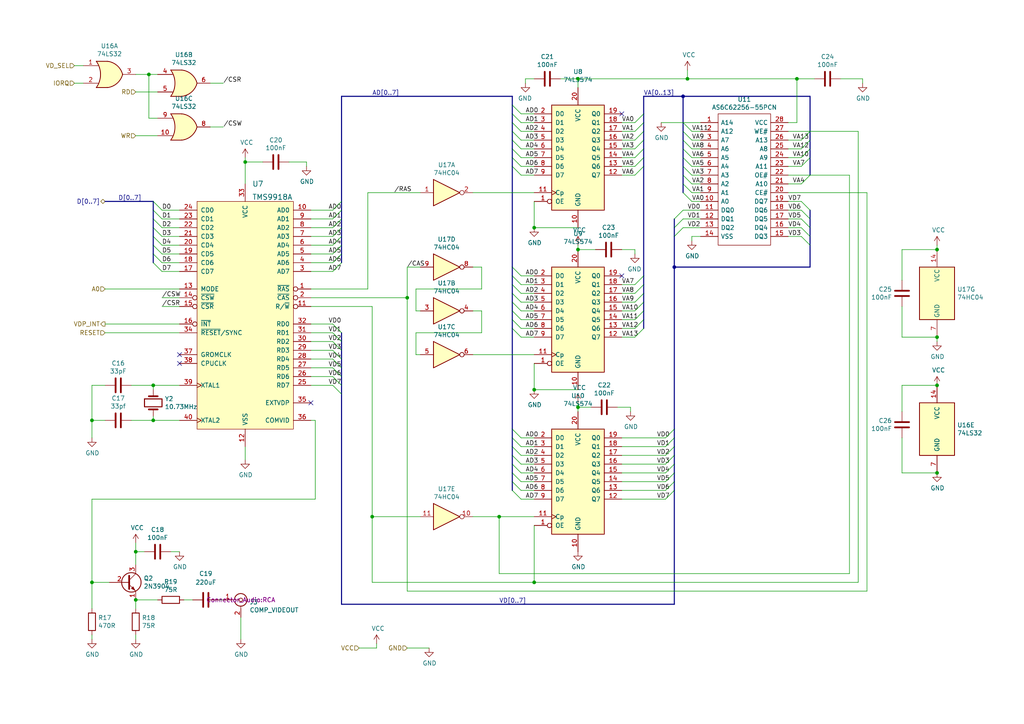
<source format=kicad_sch>
(kicad_sch (version 20211123) (generator eeschema)
  (paper "A4")
  (junction (at 39.37 160.02))
  (junction (at 195.58 77.47))
  (junction (at 39.37 173.99))
  (junction (at 198.12 27.94))
  (junction (at 26.67 121.92))
  (junction (at 271.78 72.39))
  (junction (at 271.78 137.16))
  (junction (at 271.78 111.76))
  (junction (at 271.78 97.79))
  (junction (at 199.39 22.86))
  (junction (at 167.64 118.11))
  (junction (at 118.11 86.36))
  (junction (at 107.95 149.86))
  (junction (at 167.64 72.39))
  (junction (at 43.18 21.59))
  (junction (at 144.78 149.86))
  (junction (at 154.94 66.04))
  (junction (at 44.45 111.76))
  (junction (at 71.12 46.99))
  (junction (at 231.14 22.86))
  (junction (at 44.45 121.92))
  (junction (at 167.64 22.86))
  (junction (at 154.94 168.91))
  (junction (at 26.67 168.91))
  (junction (at 154.94 113.03))
  (no_connect (at 52.07 105.41))
  (no_connect (at 52.07 102.87))
  (no_connect (at 180.34 33.02))
  (no_connect (at 180.34 80.01))
  (no_connect (at 90.17 116.84))
  (bus_entry (at 234.95 63.5) (size -2.54 -2.54))
  (bus_entry (at 148.59 90.17) (size 2.54 2.54))
  (bus_entry (at 234.95 68.58) (size -2.54 -2.54))
  (bus_entry (at 234.95 38.1) (size -2.54 2.54))
  (bus_entry (at 99.06 58.42) (size -2.54 2.54))
  (bus_entry (at 148.59 92.71) (size 2.54 2.54))
  (bus_entry (at 193.04 144.78) (size 2.54 -2.54))
  (bus_entry (at 195.58 63.5) (size 2.54 -2.54))
  (bus_entry (at 195.58 127) (size -2.54 2.54))
  (bus_entry (at 148.59 87.63) (size 2.54 2.54))
  (bus_entry (at 148.59 134.62) (size 2.54 2.54))
  (bus_entry (at 44.45 76.2) (size 2.54 2.54))
  (bus_entry (at 99.06 109.22) (size -2.54 -2.54))
  (bus_entry (at 234.95 43.18) (size -2.54 2.54))
  (bus_entry (at 148.59 35.56) (size 2.54 2.54))
  (bus_entry (at 184.15 40.64) (size 2.54 -2.54))
  (bus_entry (at 44.45 73.66) (size 2.54 2.54))
  (bus_entry (at 184.15 92.71) (size 2.54 -2.54))
  (bus_entry (at 148.59 45.72) (size 2.54 2.54))
  (bus_entry (at 198.12 35.56) (size 2.54 2.54))
  (bus_entry (at 44.45 66.04) (size 2.54 2.54))
  (bus_entry (at 234.95 60.96) (size -2.54 -2.54))
  (bus_entry (at 234.95 50.8) (size -2.54 2.54))
  (bus_entry (at 148.59 132.08) (size 2.54 2.54))
  (bus_entry (at 198.12 48.26) (size 2.54 2.54))
  (bus_entry (at 184.15 38.1) (size 2.54 -2.54))
  (bus_entry (at 234.95 66.04) (size -2.54 -2.54))
  (bus_entry (at 184.15 90.17) (size 2.54 -2.54))
  (bus_entry (at 148.59 137.16) (size 2.54 2.54))
  (bus_entry (at 148.59 82.55) (size 2.54 2.54))
  (bus_entry (at 148.59 95.25) (size 2.54 2.54))
  (bus_entry (at 148.59 30.48) (size 2.54 2.54))
  (bus_entry (at 44.45 63.5) (size 2.54 2.54))
  (bus_entry (at 184.15 95.25) (size 2.54 -2.54))
  (bus_entry (at 99.06 96.52) (size -2.54 -2.54))
  (bus_entry (at 195.58 124.46) (size -2.54 2.54))
  (bus_entry (at 148.59 139.7) (size 2.54 2.54))
  (bus_entry (at 148.59 127) (size 2.54 2.54))
  (bus_entry (at 99.06 68.58) (size -2.54 2.54))
  (bus_entry (at 99.06 101.6) (size -2.54 -2.54))
  (bus_entry (at 195.58 132.08) (size -2.54 2.54))
  (bus_entry (at 148.59 38.1) (size 2.54 2.54))
  (bus_entry (at 148.59 40.64) (size 2.54 2.54))
  (bus_entry (at 44.45 58.42) (size 2.54 2.54))
  (bus_entry (at 99.06 73.66) (size -2.54 2.54))
  (bus_entry (at 184.15 82.55) (size 2.54 -2.54))
  (bus_entry (at 148.59 129.54) (size 2.54 2.54))
  (bus_entry (at 148.59 124.46) (size 2.54 2.54))
  (bus_entry (at 184.15 43.18) (size 2.54 -2.54))
  (bus_entry (at 184.15 87.63) (size 2.54 -2.54))
  (bus_entry (at 234.95 45.72) (size -2.54 2.54))
  (bus_entry (at 148.59 142.24) (size 2.54 2.54))
  (bus_entry (at 148.59 85.09) (size 2.54 2.54))
  (bus_entry (at 195.58 139.7) (size -2.54 2.54))
  (bus_entry (at 99.06 71.12) (size -2.54 2.54))
  (bus_entry (at 184.15 85.09) (size 2.54 -2.54))
  (bus_entry (at 99.06 104.14) (size -2.54 -2.54))
  (bus_entry (at 234.95 40.64) (size -2.54 2.54))
  (bus_entry (at 44.45 68.58) (size 2.54 2.54))
  (bus_entry (at 96.52 111.76) (size 2.54 2.54))
  (bus_entry (at 195.58 66.04) (size 2.54 -2.54))
  (bus_entry (at 148.59 77.47) (size 2.54 2.54))
  (bus_entry (at 99.06 60.96) (size -2.54 2.54))
  (bus_entry (at 99.06 99.06) (size -2.54 -2.54))
  (bus_entry (at 198.12 40.64) (size 2.54 2.54))
  (bus_entry (at 99.06 63.5) (size -2.54 2.54))
  (bus_entry (at 195.58 129.54) (size -2.54 2.54))
  (bus_entry (at 184.15 35.56) (size 2.54 -2.54))
  (bus_entry (at 195.58 137.16) (size -2.54 2.54))
  (bus_entry (at 184.15 48.26) (size 2.54 -2.54))
  (bus_entry (at 198.12 43.18) (size 2.54 2.54))
  (bus_entry (at 184.15 50.8) (size 2.54 -2.54))
  (bus_entry (at 44.45 60.96) (size 2.54 2.54))
  (bus_entry (at 198.12 45.72) (size 2.54 2.54))
  (bus_entry (at 184.15 97.79) (size 2.54 -2.54))
  (bus_entry (at 44.45 71.12) (size 2.54 2.54))
  (bus_entry (at 198.12 55.88) (size 2.54 2.54))
  (bus_entry (at 184.15 45.72) (size 2.54 -2.54))
  (bus_entry (at 198.12 53.34) (size 2.54 2.54))
  (bus_entry (at 99.06 76.2) (size -2.54 2.54))
  (bus_entry (at 195.58 68.58) (size 2.54 -2.54))
  (bus_entry (at 195.58 134.62) (size -2.54 2.54))
  (bus_entry (at 148.59 33.02) (size 2.54 2.54))
  (bus_entry (at 148.59 48.26) (size 2.54 2.54))
  (bus_entry (at 148.59 43.18) (size 2.54 2.54))
  (bus_entry (at 198.12 38.1) (size 2.54 2.54))
  (bus_entry (at 234.95 71.12) (size -2.54 -2.54))
  (bus_entry (at 99.06 66.04) (size -2.54 2.54))
  (bus_entry (at 198.12 50.8) (size 2.54 2.54))
  (bus_entry (at 148.59 80.01) (size 2.54 2.54))
  (bus_entry (at 99.06 111.76) (size -2.54 -2.54))
  (bus_entry (at 99.06 106.68) (size -2.54 -2.54))
  (bus (pts (xy 186.69 45.72) (xy 186.69 48.26)))
  (wire (pts (xy 109.22 186.69) (xy 109.22 187.96)))
  (wire (pts (xy 39.37 185.42) (xy 39.37 184.15)))
  (wire (pts (xy 198.12 66.04) (xy 203.2 66.04)))
  (wire (pts (xy 30.48 93.98) (xy 52.07 93.98)))
  (wire (pts (xy 180.34 87.63) (xy 184.15 87.63)))
  (bus (pts (xy 186.69 90.17) (xy 186.69 92.71)))
  (wire (pts (xy 26.67 185.42) (xy 26.67 184.15)))
  (bus (pts (xy 30.48 58.42) (xy 44.45 58.42)))
  (bus (pts (xy 186.69 35.56) (xy 186.69 38.1)))
  (bus (pts (xy 148.59 95.25) (xy 148.59 124.46)))
  (wire (pts (xy 200.66 53.34) (xy 203.2 53.34)))
  (wire (pts (xy 180.34 137.16) (xy 193.04 137.16)))
  (wire (pts (xy 90.17 86.36) (xy 118.11 86.36)))
  (bus (pts (xy 234.95 27.94) (xy 234.95 38.1)))
  (wire (pts (xy 90.17 93.98) (xy 96.52 93.98)))
  (wire (pts (xy 26.67 144.78) (xy 91.44 144.78)))
  (wire (pts (xy 261.62 81.28) (xy 261.62 72.39)))
  (wire (pts (xy 203.2 40.64) (xy 200.66 40.64)))
  (wire (pts (xy 43.18 21.59) (xy 43.18 34.29)))
  (wire (pts (xy 182.88 118.11) (xy 182.88 119.38)))
  (wire (pts (xy 203.2 58.42) (xy 200.66 58.42)))
  (wire (pts (xy 120.65 83.82) (xy 120.65 90.17)))
  (bus (pts (xy 99.06 175.26) (xy 195.58 175.26)))
  (wire (pts (xy 90.17 66.04) (xy 96.52 66.04)))
  (bus (pts (xy 99.06 96.52) (xy 99.06 99.06)))
  (wire (pts (xy 180.34 129.54) (xy 193.04 129.54)))
  (wire (pts (xy 199.39 22.86) (xy 199.39 20.32)))
  (wire (pts (xy 228.6 40.64) (xy 232.41 40.64)))
  (wire (pts (xy 200.66 55.88) (xy 203.2 55.88)))
  (wire (pts (xy 180.34 139.7) (xy 193.04 139.7)))
  (bus (pts (xy 186.69 40.64) (xy 186.69 43.18)))
  (bus (pts (xy 234.95 40.64) (xy 234.95 43.18)))
  (bus (pts (xy 148.59 134.62) (xy 148.59 137.16)))
  (bus (pts (xy 99.06 71.12) (xy 99.06 73.66)))
  (bus (pts (xy 234.95 60.96) (xy 234.95 63.5)))
  (wire (pts (xy 26.67 121.92) (xy 26.67 127)))
  (wire (pts (xy 90.17 121.92) (xy 91.44 121.92)))
  (wire (pts (xy 90.17 99.06) (xy 96.52 99.06)))
  (bus (pts (xy 195.58 124.46) (xy 195.58 127)))
  (wire (pts (xy 39.37 176.53) (xy 39.37 173.99)))
  (wire (pts (xy 234.95 50.8) (xy 246.38 50.8)))
  (bus (pts (xy 148.59 124.46) (xy 148.59 127)))
  (wire (pts (xy 180.34 127) (xy 193.04 127)))
  (wire (pts (xy 39.37 163.83) (xy 39.37 160.02)))
  (wire (pts (xy 26.67 168.91) (xy 31.75 168.91)))
  (bus (pts (xy 44.45 66.04) (xy 44.45 68.58)))
  (wire (pts (xy 151.13 38.1) (xy 154.94 38.1)))
  (wire (pts (xy 198.12 60.96) (xy 203.2 60.96)))
  (bus (pts (xy 148.59 129.54) (xy 148.59 132.08)))
  (bus (pts (xy 44.45 71.12) (xy 44.45 73.66)))
  (wire (pts (xy 44.45 121.92) (xy 52.07 121.92)))
  (wire (pts (xy 151.13 92.71) (xy 154.94 92.71)))
  (wire (pts (xy 180.34 82.55) (xy 184.15 82.55)))
  (bus (pts (xy 195.58 77.47) (xy 195.58 124.46)))
  (wire (pts (xy 90.17 71.12) (xy 96.52 71.12)))
  (wire (pts (xy 46.99 86.36) (xy 52.07 86.36)))
  (wire (pts (xy 200.66 43.18) (xy 203.2 43.18)))
  (wire (pts (xy 154.94 58.42) (xy 154.94 66.04)))
  (bus (pts (xy 195.58 68.58) (xy 195.58 77.47)))
  (wire (pts (xy 154.94 80.01) (xy 151.13 80.01)))
  (wire (pts (xy 180.34 45.72) (xy 184.15 45.72)))
  (wire (pts (xy 154.94 66.04) (xy 167.64 66.04)))
  (wire (pts (xy 39.37 160.02) (xy 39.37 157.48)))
  (wire (pts (xy 151.13 144.78) (xy 154.94 144.78)))
  (wire (pts (xy 154.94 105.41) (xy 154.94 113.03)))
  (wire (pts (xy 120.65 96.52) (xy 120.65 102.87)))
  (bus (pts (xy 99.06 68.58) (xy 99.06 71.12)))
  (bus (pts (xy 234.95 38.1) (xy 234.95 40.64)))
  (bus (pts (xy 44.45 68.58) (xy 44.45 71.12)))
  (bus (pts (xy 99.06 27.94) (xy 99.06 58.42)))
  (bus (pts (xy 148.59 48.26) (xy 148.59 77.47)))
  (wire (pts (xy 180.34 35.56) (xy 184.15 35.56)))
  (bus (pts (xy 234.95 71.12) (xy 234.95 77.47)))
  (bus (pts (xy 186.69 38.1) (xy 186.69 40.64)))
  (wire (pts (xy 228.6 55.88) (xy 251.46 55.88)))
  (wire (pts (xy 144.78 149.86) (xy 154.94 149.86)))
  (wire (pts (xy 137.16 102.87) (xy 154.94 102.87)))
  (bus (pts (xy 186.69 92.71) (xy 186.69 95.25)))
  (wire (pts (xy 52.07 83.82) (xy 30.48 83.82)))
  (bus (pts (xy 44.45 73.66) (xy 44.45 76.2)))
  (wire (pts (xy 118.11 86.36) (xy 118.11 77.47)))
  (wire (pts (xy 231.14 35.56) (xy 231.14 22.86)))
  (wire (pts (xy 228.6 38.1) (xy 234.95 38.1)))
  (wire (pts (xy 228.6 58.42) (xy 232.41 58.42)))
  (wire (pts (xy 69.85 185.42) (xy 69.85 179.07)))
  (wire (pts (xy 154.94 90.17) (xy 151.13 90.17)))
  (wire (pts (xy 90.17 76.2) (xy 96.52 76.2)))
  (bus (pts (xy 195.58 142.24) (xy 195.58 175.26)))
  (wire (pts (xy 152.4 22.86) (xy 154.94 22.86)))
  (wire (pts (xy 198.12 35.56) (xy 203.2 35.56)))
  (wire (pts (xy 200.66 50.8) (xy 203.2 50.8)))
  (bus (pts (xy 198.12 50.8) (xy 198.12 53.34)))
  (bus (pts (xy 99.06 114.3) (xy 99.06 175.26)))
  (wire (pts (xy 118.11 171.45) (xy 118.11 86.36)))
  (wire (pts (xy 180.34 72.39) (xy 184.15 72.39)))
  (bus (pts (xy 198.12 35.56) (xy 198.12 38.1)))
  (wire (pts (xy 246.38 50.8) (xy 246.38 166.37)))
  (bus (pts (xy 198.12 38.1) (xy 198.12 40.64)))
  (wire (pts (xy 49.53 160.02) (xy 52.07 160.02)))
  (wire (pts (xy 107.95 149.86) (xy 107.95 168.91)))
  (wire (pts (xy 76.2 46.99) (xy 71.12 46.99)))
  (wire (pts (xy 39.37 21.59) (xy 43.18 21.59)))
  (wire (pts (xy 21.59 24.13) (xy 24.13 24.13)))
  (wire (pts (xy 83.82 46.99) (xy 88.9 46.99)))
  (bus (pts (xy 195.58 139.7) (xy 195.58 142.24)))
  (wire (pts (xy 137.16 55.88) (xy 154.94 55.88)))
  (wire (pts (xy 180.34 95.25) (xy 184.15 95.25)))
  (wire (pts (xy 243.84 22.86) (xy 250.19 22.86)))
  (wire (pts (xy 26.67 121.92) (xy 30.48 121.92)))
  (bus (pts (xy 195.58 66.04) (xy 195.58 68.58)))
  (wire (pts (xy 120.65 102.87) (xy 121.92 102.87)))
  (wire (pts (xy 90.17 96.52) (xy 96.52 96.52)))
  (wire (pts (xy 167.64 72.39) (xy 167.64 71.12)))
  (wire (pts (xy 180.34 142.24) (xy 193.04 142.24)))
  (wire (pts (xy 261.62 127) (xy 261.62 137.16)))
  (wire (pts (xy 180.34 97.79) (xy 184.15 97.79)))
  (wire (pts (xy 46.99 60.96) (xy 52.07 60.96)))
  (wire (pts (xy 151.13 142.24) (xy 154.94 142.24)))
  (bus (pts (xy 195.58 77.47) (xy 234.95 77.47)))
  (wire (pts (xy 228.6 53.34) (xy 232.41 53.34)))
  (wire (pts (xy 44.45 111.76) (xy 52.07 111.76)))
  (bus (pts (xy 198.12 48.26) (xy 198.12 50.8)))
  (bus (pts (xy 186.69 87.63) (xy 186.69 90.17)))
  (bus (pts (xy 148.59 90.17) (xy 148.59 92.71)))
  (wire (pts (xy 200.66 48.26) (xy 203.2 48.26)))
  (wire (pts (xy 137.16 149.86) (xy 144.78 149.86)))
  (bus (pts (xy 148.59 33.02) (xy 148.59 35.56)))
  (wire (pts (xy 203.2 45.72) (xy 200.66 45.72)))
  (bus (pts (xy 148.59 139.7) (xy 148.59 142.24)))
  (wire (pts (xy 43.18 21.59) (xy 45.72 21.59)))
  (wire (pts (xy 151.13 33.02) (xy 154.94 33.02)))
  (wire (pts (xy 45.72 39.37) (xy 39.37 39.37)))
  (bus (pts (xy 186.69 80.01) (xy 186.69 82.55)))
  (bus (pts (xy 99.06 109.22) (xy 99.06 111.76)))
  (wire (pts (xy 139.7 77.47) (xy 139.7 83.82)))
  (wire (pts (xy 199.39 22.86) (xy 231.14 22.86)))
  (wire (pts (xy 53.34 173.99) (xy 55.88 173.99)))
  (wire (pts (xy 118.11 171.45) (xy 251.46 171.45)))
  (bus (pts (xy 148.59 40.64) (xy 148.59 43.18)))
  (wire (pts (xy 46.99 78.74) (xy 52.07 78.74)))
  (wire (pts (xy 46.99 68.58) (xy 52.07 68.58)))
  (wire (pts (xy 38.1 121.92) (xy 44.45 121.92)))
  (bus (pts (xy 44.45 60.96) (xy 44.45 63.5)))
  (wire (pts (xy 261.62 111.76) (xy 271.78 111.76)))
  (wire (pts (xy 167.64 119.38) (xy 167.64 118.11)))
  (wire (pts (xy 39.37 160.02) (xy 41.91 160.02)))
  (bus (pts (xy 186.69 43.18) (xy 186.69 45.72)))
  (bus (pts (xy 148.59 43.18) (xy 148.59 45.72)))
  (wire (pts (xy 167.64 118.11) (xy 171.45 118.11)))
  (wire (pts (xy 107.95 88.9) (xy 107.95 149.86)))
  (wire (pts (xy 144.78 166.37) (xy 246.38 166.37)))
  (bus (pts (xy 99.06 73.66) (xy 99.06 76.2)))
  (bus (pts (xy 148.59 38.1) (xy 148.59 40.64)))
  (wire (pts (xy 167.64 118.11) (xy 167.64 116.84)))
  (bus (pts (xy 99.06 27.94) (xy 148.59 27.94)))
  (wire (pts (xy 118.11 187.96) (xy 124.46 187.96)))
  (wire (pts (xy 180.34 144.78) (xy 193.04 144.78)))
  (wire (pts (xy 90.17 60.96) (xy 96.52 60.96)))
  (wire (pts (xy 151.13 87.63) (xy 154.94 87.63)))
  (wire (pts (xy 167.64 72.39) (xy 172.72 72.39)))
  (wire (pts (xy 203.2 63.5) (xy 198.12 63.5)))
  (wire (pts (xy 90.17 104.14) (xy 96.52 104.14)))
  (wire (pts (xy 39.37 26.67) (xy 45.72 26.67)))
  (wire (pts (xy 90.17 111.76) (xy 96.52 111.76)))
  (wire (pts (xy 271.78 97.79) (xy 271.78 99.06)))
  (wire (pts (xy 139.7 83.82) (xy 120.65 83.82)))
  (wire (pts (xy 154.94 113.03) (xy 167.64 113.03)))
  (wire (pts (xy 151.13 132.08) (xy 154.94 132.08)))
  (wire (pts (xy 162.56 22.86) (xy 167.64 22.86)))
  (wire (pts (xy 228.6 50.8) (xy 234.95 50.8)))
  (bus (pts (xy 148.59 80.01) (xy 148.59 82.55)))
  (wire (pts (xy 90.17 78.74) (xy 96.52 78.74)))
  (wire (pts (xy 261.62 137.16) (xy 271.78 137.16)))
  (wire (pts (xy 71.12 53.34) (xy 71.12 46.99)))
  (wire (pts (xy 90.17 101.6) (xy 96.52 101.6)))
  (wire (pts (xy 151.13 45.72) (xy 154.94 45.72)))
  (wire (pts (xy 167.64 25.4) (xy 167.64 22.86)))
  (wire (pts (xy 228.6 60.96) (xy 232.41 60.96)))
  (wire (pts (xy 154.94 168.91) (xy 154.94 152.4)))
  (bus (pts (xy 44.45 58.42) (xy 44.45 60.96)))
  (bus (pts (xy 195.58 134.62) (xy 195.58 137.16)))
  (wire (pts (xy 21.59 19.05) (xy 24.13 19.05)))
  (bus (pts (xy 148.59 137.16) (xy 148.59 139.7)))
  (wire (pts (xy 90.17 68.58) (xy 96.52 68.58)))
  (wire (pts (xy 46.99 76.2) (xy 52.07 76.2)))
  (wire (pts (xy 180.34 92.71) (xy 184.15 92.71)))
  (wire (pts (xy 179.07 118.11) (xy 182.88 118.11)))
  (wire (pts (xy 228.6 48.26) (xy 232.41 48.26)))
  (wire (pts (xy 271.78 72.39) (xy 271.78 71.12)))
  (bus (pts (xy 44.45 63.5) (xy 44.45 66.04)))
  (wire (pts (xy 200.66 38.1) (xy 203.2 38.1)))
  (wire (pts (xy 151.13 127) (xy 154.94 127)))
  (bus (pts (xy 148.59 77.47) (xy 148.59 80.01)))
  (wire (pts (xy 71.12 46.99) (xy 71.12 45.72)))
  (wire (pts (xy 39.37 173.99) (xy 45.72 173.99)))
  (bus (pts (xy 198.12 40.64) (xy 198.12 43.18)))
  (bus (pts (xy 234.95 63.5) (xy 234.95 66.04)))
  (wire (pts (xy 200.66 68.58) (xy 203.2 68.58)))
  (wire (pts (xy 180.34 85.09) (xy 184.15 85.09)))
  (wire (pts (xy 184.15 43.18) (xy 180.34 43.18)))
  (wire (pts (xy 228.6 43.18) (xy 232.41 43.18)))
  (wire (pts (xy 154.94 168.91) (xy 248.92 168.91)))
  (wire (pts (xy 200.66 69.85) (xy 200.66 68.58)))
  (bus (pts (xy 186.69 33.02) (xy 186.69 35.56)))
  (wire (pts (xy 228.6 63.5) (xy 232.41 63.5)))
  (wire (pts (xy 137.16 90.17) (xy 139.7 90.17)))
  (wire (pts (xy 118.11 77.47) (xy 121.92 77.47)))
  (wire (pts (xy 30.48 111.76) (xy 26.67 111.76)))
  (wire (pts (xy 144.78 166.37) (xy 144.78 149.86)))
  (bus (pts (xy 186.69 48.26) (xy 186.69 80.01)))
  (wire (pts (xy 60.96 36.83) (xy 64.77 36.83)))
  (bus (pts (xy 186.69 27.94) (xy 198.12 27.94)))
  (wire (pts (xy 90.17 63.5) (xy 96.52 63.5)))
  (bus (pts (xy 198.12 27.94) (xy 234.95 27.94)))
  (bus (pts (xy 195.58 129.54) (xy 195.58 132.08)))
  (wire (pts (xy 137.16 77.47) (xy 139.7 77.47)))
  (wire (pts (xy 180.34 134.62) (xy 193.04 134.62)))
  (bus (pts (xy 148.59 27.94) (xy 148.59 30.48)))
  (wire (pts (xy 228.6 66.04) (xy 232.41 66.04)))
  (wire (pts (xy 107.95 149.86) (xy 121.92 149.86)))
  (wire (pts (xy 106.68 83.82) (xy 106.68 55.88)))
  (bus (pts (xy 99.06 60.96) (xy 99.06 63.5)))
  (wire (pts (xy 107.95 168.91) (xy 154.94 168.91)))
  (bus (pts (xy 186.69 82.55) (xy 186.69 85.09)))
  (bus (pts (xy 234.95 68.58) (xy 234.95 71.12)))
  (wire (pts (xy 151.13 50.8) (xy 154.94 50.8)))
  (wire (pts (xy 30.48 96.52) (xy 52.07 96.52)))
  (wire (pts (xy 167.64 22.86) (xy 199.39 22.86)))
  (bus (pts (xy 198.12 53.34) (xy 198.12 55.88)))
  (wire (pts (xy 120.65 90.17) (xy 121.92 90.17)))
  (wire (pts (xy 60.96 24.13) (xy 64.77 24.13)))
  (bus (pts (xy 195.58 132.08) (xy 195.58 134.62)))
  (bus (pts (xy 148.59 30.48) (xy 148.59 33.02)))
  (wire (pts (xy 231.14 22.86) (xy 236.22 22.86)))
  (wire (pts (xy 46.99 66.04) (xy 52.07 66.04)))
  (bus (pts (xy 186.69 85.09) (xy 186.69 87.63)))
  (bus (pts (xy 148.59 35.56) (xy 148.59 38.1)))
  (wire (pts (xy 154.94 134.62) (xy 151.13 134.62)))
  (bus (pts (xy 198.12 45.72) (xy 198.12 48.26)))
  (wire (pts (xy 154.94 139.7) (xy 151.13 139.7)))
  (wire (pts (xy 71.12 129.54) (xy 71.12 133.35)))
  (wire (pts (xy 26.67 176.53) (xy 26.67 168.91)))
  (wire (pts (xy 154.94 35.56) (xy 151.13 35.56)))
  (wire (pts (xy 26.67 168.91) (xy 26.67 144.78)))
  (bus (pts (xy 148.59 127) (xy 148.59 129.54)))
  (wire (pts (xy 91.44 121.92) (xy 91.44 144.78)))
  (wire (pts (xy 46.99 71.12) (xy 52.07 71.12)))
  (wire (pts (xy 139.7 96.52) (xy 120.65 96.52)))
  (wire (pts (xy 46.99 73.66) (xy 52.07 73.66)))
  (wire (pts (xy 90.17 83.82) (xy 106.68 83.82)))
  (wire (pts (xy 90.17 88.9) (xy 107.95 88.9)))
  (wire (pts (xy 261.62 97.79) (xy 271.78 97.79)))
  (wire (pts (xy 152.4 24.13) (xy 152.4 22.86)))
  (wire (pts (xy 90.17 106.68) (xy 96.52 106.68)))
  (wire (pts (xy 234.95 38.1) (xy 248.92 38.1)))
  (bus (pts (xy 198.12 27.94) (xy 198.12 35.56)))
  (wire (pts (xy 261.62 72.39) (xy 271.78 72.39)))
  (wire (pts (xy 26.67 111.76) (xy 26.67 121.92)))
  (bus (pts (xy 99.06 106.68) (xy 99.06 109.22)))
  (wire (pts (xy 44.45 121.92) (xy 44.45 120.65)))
  (bus (pts (xy 148.59 132.08) (xy 148.59 134.62)))
  (wire (pts (xy 109.22 187.96) (xy 104.14 187.96)))
  (wire (pts (xy 261.62 119.38) (xy 261.62 111.76)))
  (wire (pts (xy 261.62 88.9) (xy 261.62 97.79)))
  (bus (pts (xy 99.06 104.14) (xy 99.06 106.68)))
  (wire (pts (xy 154.94 95.25) (xy 151.13 95.25)))
  (bus (pts (xy 99.06 63.5) (xy 99.06 66.04)))
  (bus (pts (xy 234.95 66.04) (xy 234.95 68.58)))
  (bus (pts (xy 99.06 111.76) (xy 99.06 114.3)))
  (wire (pts (xy 88.9 46.99) (xy 88.9 48.26)))
  (bus (pts (xy 99.06 99.06) (xy 99.06 101.6)))
  (wire (pts (xy 139.7 90.17) (xy 139.7 96.52)))
  (wire (pts (xy 90.17 73.66) (xy 96.52 73.66)))
  (wire (pts (xy 151.13 97.79) (xy 154.94 97.79)))
  (wire (pts (xy 151.13 48.26) (xy 154.94 48.26)))
  (bus (pts (xy 148.59 85.09) (xy 148.59 87.63)))
  (wire (pts (xy 228.6 45.72) (xy 232.41 45.72)))
  (wire (pts (xy 38.1 111.76) (xy 44.45 111.76)))
  (bus (pts (xy 195.58 127) (xy 195.58 129.54)))
  (wire (pts (xy 63.5 173.99) (xy 64.77 173.99)))
  (wire (pts (xy 151.13 82.55) (xy 154.94 82.55)))
  (wire (pts (xy 151.13 40.64) (xy 154.94 40.64)))
  (wire (pts (xy 228.6 68.58) (xy 232.41 68.58)))
  (wire (pts (xy 180.34 132.08) (xy 193.04 132.08)))
  (wire (pts (xy 180.34 40.64) (xy 184.15 40.64)))
  (wire (pts (xy 154.94 129.54) (xy 151.13 129.54)))
  (wire (pts (xy 228.6 35.56) (xy 231.14 35.56)))
  (wire (pts (xy 151.13 137.16) (xy 154.94 137.16)))
  (bus (pts (xy 195.58 137.16) (xy 195.58 139.7)))
  (bus (pts (xy 234.95 45.72) (xy 234.95 50.8)))
  (wire (pts (xy 180.34 90.17) (xy 184.15 90.17)))
  (wire (pts (xy 251.46 55.88) (xy 251.46 171.45)))
  (wire (pts (xy 106.68 55.88) (xy 121.92 55.88)))
  (bus (pts (xy 195.58 63.5) (xy 195.58 66.04)))
  (bus (pts (xy 99.06 66.04) (xy 99.06 68.58)))
  (wire (pts (xy 43.18 34.29) (xy 45.72 34.29)))
  (bus (pts (xy 148.59 92.71) (xy 148.59 95.25)))
  (wire (pts (xy 151.13 43.18) (xy 154.94 43.18)))
  (bus (pts (xy 148.59 82.55) (xy 148.59 85.09)))
  (wire (pts (xy 90.17 109.22) (xy 96.52 109.22)))
  (bus (pts (xy 99.06 58.42) (xy 99.06 60.96)))
  (wire (pts (xy 44.45 111.76) (xy 44.45 113.03)))
  (wire (pts (xy 46.99 63.5) (xy 52.07 63.5)))
  (bus (pts (xy 99.06 101.6) (xy 99.06 104.14)))
  (bus (pts (xy 148.59 45.72) (xy 148.59 48.26)))
  (bus (pts (xy 148.59 87.63) (xy 148.59 90.17)))
  (bus (pts (xy 198.12 43.18) (xy 198.12 45.72)))
  (wire (pts (xy 191.77 35.56) (xy 198.12 35.56)))
  (bus (pts (xy 186.69 27.94) (xy 186.69 33.02)))
  (wire (pts (xy 184.15 48.26) (xy 180.34 48.26)))
  (wire (pts (xy 250.19 22.86) (xy 250.19 24.13)))
  (wire (pts (xy 180.34 38.1) (xy 184.15 38.1)))
  (wire (pts (xy 46.99 88.9) (xy 52.07 88.9)))
  (wire (pts (xy 154.94 85.09) (xy 151.13 85.09)))
  (bus (pts (xy 234.95 43.18) (xy 234.95 45.72)))
  (wire (pts (xy 184.15 72.39) (xy 184.15 73.66)))
  (wire (pts (xy 248.92 168.91) (xy 248.92 38.1)))
  (wire (pts (xy 180.34 50.8) (xy 184.15 50.8)))
  (label "VA5" (at 180.34 48.26 0))
  (label "VD1" (at 199.39 63.5 0))
  (label "AD6" (at 152.4 142.24 0))
  (label "VD7" (at 228.6 58.42 0))
  (label "VD7" (at 190.5 144.78 0))
  (label "D0" (at 46.99 60.96 0))
  (label "VD5" (at 228.6 63.5 0))
  (label "VA12" (at 229.87 43.18 0))
  (label "AD1" (at 152.4 129.54 0))
  (label "AD7" (at 95.25 78.74 0))
  (label "{slash}CAS" (at 118.11 77.47 0))
  (label "{slash}CSR" (at 64.77 24.13 0))
  (label "VA7" (at 229.87 48.26 0))
  (label "VD4" (at 95.25 104.14 0))
  (label "VD2" (at 199.39 66.04 0))
  (label "VA8" (at 200.66 43.18 0))
  (label "AD3" (at 152.4 134.62 0))
  (label "VD7" (at 95.25 111.76 0))
  (label "VA6" (at 200.66 45.72 0))
  (label "VA2" (at 200.66 53.34 0))
  (label "VA10" (at 229.87 45.72 0))
  (label "VD6" (at 190.5 142.24 0))
  (label "D6" (at 46.99 76.2 0))
  (label "{slash}CSW" (at 46.99 86.36 0))
  (label "D2" (at 46.99 66.04 0))
  (label "AD5" (at 152.4 139.7 0))
  (label "VD0" (at 95.25 93.98 0))
  (label "AD7" (at 152.4 144.78 0))
  (label "VA8" (at 180.34 85.09 0))
  (label "AD6" (at 152.4 48.26 0))
  (label "AD[0..7]" (at 107.95 27.94 0))
  (label "VA1" (at 180.34 38.1 0))
  (label "{slash}CSR" (at 46.99 88.9 0))
  (label "D[0..7]" (at 34.29 58.42 0))
  (label "VD0" (at 199.39 60.96 0))
  (label "AD1" (at 152.4 35.56 0))
  (label "AD4" (at 152.4 137.16 0))
  (label "AD5" (at 95.25 73.66 0))
  (label "AD0" (at 152.4 127 0))
  (label "AD6" (at 95.25 76.2 0))
  (label "D7" (at 46.99 78.74 0))
  (label "VA13" (at 229.87 40.64 0))
  (label "AD2" (at 152.4 132.08 0))
  (label "VA1" (at 200.66 55.88 0))
  (label "AD1" (at 95.25 63.5 0))
  (label "AD7" (at 152.4 50.8 0))
  (label "VA4" (at 180.34 45.72 0))
  (label "VD4" (at 190.5 137.16 0))
  (label "{slash}RAS" (at 114.3 55.88 0))
  (label "VA9" (at 180.34 87.63 0))
  (label "AD2" (at 152.4 85.09 0))
  (label "VA11" (at 200.66 38.1 0))
  (label "VA9" (at 200.66 40.64 0))
  (label "VD2" (at 95.25 99.06 0))
  (label "VD3" (at 190.5 134.62 0))
  (label "AD5" (at 152.4 92.71 0))
  (label "VA7" (at 180.34 82.55 0))
  (label "AD5" (at 152.4 45.72 0))
  (label "VD4" (at 228.6 66.04 0))
  (label "VD6" (at 228.6 60.96 0))
  (label "D3" (at 46.99 68.58 0))
  (label "VD0" (at 190.5 127 0))
  (label "AD4" (at 152.4 43.18 0))
  (label "AD4" (at 152.4 90.17 0))
  (label "D4" (at 46.99 71.12 0))
  (label "VD6" (at 95.25 109.22 0))
  (label "VD5" (at 95.25 106.68 0))
  (label "VD1" (at 190.5 129.54 0))
  (label "AD7" (at 152.4 97.79 0))
  (label "{slash}CSW" (at 64.77 36.83 0))
  (label "D5" (at 46.99 73.66 0))
  (label "AD4" (at 95.25 71.12 0))
  (label "VA3" (at 180.34 43.18 0))
  (label "AD2" (at 152.4 38.1 0))
  (label "VA5" (at 200.66 48.26 0))
  (label "VA4" (at 229.87 53.34 0))
  (label "VA0" (at 200.66 58.42 0))
  (label "VA0" (at 180.34 35.56 0))
  (label "VA[0..13]" (at 186.69 27.94 0))
  (label "AD1" (at 152.4 82.55 0))
  (label "VA11" (at 180.34 92.71 0))
  (label "VD5" (at 190.5 139.7 0))
  (label "VA3" (at 200.66 50.8 0))
  (label "VA12" (at 180.34 95.25 0))
  (label "D1" (at 46.99 63.5 0))
  (label "AD0" (at 95.25 60.96 0))
  (label "AD3" (at 152.4 87.63 0))
  (label "VD3" (at 228.6 68.58 0))
  (label "VD3" (at 95.25 101.6 0))
  (label "AD2" (at 95.25 66.04 0))
  (label "VA6" (at 180.34 50.8 0))
  (label "VA2" (at 180.34 40.64 0))
  (label "VA13" (at 180.34 97.79 0))
  (label "AD0" (at 152.4 33.02 0))
  (label "AD6" (at 152.4 95.25 0))
  (label "VD2" (at 190.5 132.08 0))
  (label "AD0" (at 152.4 80.01 0))
  (label "AD3" (at 152.4 40.64 0))
  (label "VD[0..7]" (at 144.78 175.26 0))
  (label "VD1" (at 95.25 96.52 0))
  (label "AD3" (at 95.25 68.58 0))
  (label "VA10" (at 180.34 90.17 0))
  (hierarchical_label "RD" (shape input) (at 39.37 26.67 180))
  (hierarchical_label "A0" (shape input) (at 30.48 83.82 180))
  (hierarchical_label "VD_SEL" (shape input) (at 21.59 19.05 180))
  (hierarchical_label "RESET" (shape input) (at 30.48 96.52 180))
  (hierarchical_label "D[0..7]" (shape bidirectional) (at 30.48 58.42 180))
  (hierarchical_label "IORQ" (shape input) (at 21.59 24.13 180))
  (hierarchical_label "GND" (shape input) (at 118.11 187.96 180))
  (hierarchical_label "WR" (shape input) (at 39.37 39.37 180))
  (hierarchical_label "VDP_INT" (shape output) (at 30.48 93.98 180))
  (hierarchical_label "VCC" (shape input) (at 104.14 187.96 180))
  (symbol (lib_id "power:GND") (at 26.67 185.42 0) (unit 1)
    (property "Reference" "#PWR0159" (effects hide))
    (property "Value" "GND" (at 26.797 189.8142 0))
  )
  (symbol (lib_id "74xx:74HC04") (at 129.54 102.87 0) (unit 3)
    (property "Reference" "U17" (at 129.54 94.8182 0))
    (property "Value" "74HC04" (at 129.54 97.1296 0))
    (property "Footprint" "Package_DIP:DIP-14_W7.62mm_Socket_LongPads" (effects hide))
    (property "Datasheet" "https://assets.nexperia.com/documents/data-sheet/74HC_HCT04.pdf" (effects hide))
  )
  (symbol (lib_id "74xx:74HC04") (at 129.54 149.86 0) (unit 5)
    (property "Reference" "U17" (at 129.54 141.8082 0))
    (property "Value" "74HC04" (at 129.54 144.1196 0))
    (property "Footprint" "Package_DIP:DIP-14_W7.62mm_Socket_LongPads" (effects hide))
    (property "Datasheet" "https://assets.nexperia.com/documents/data-sheet/74HC_HCT04.pdf" (effects hide))
  )
  (symbol (lib_id "Z80MiniFrame-Sound_Graphics-rescue:AS6C62256-55PCN-Memory_RAM") (at 203.2 35.56 0) (unit 1)
    (property "Reference" "U11" (at 215.9 28.829 0))
    (property "Value" "AS6C62256-55PCN" (at 215.9 31.1404 0))
    (property "Footprint" "Package_DIP:DIP-28_W15.24mm_LongPads" (effects hide))
    (property "Datasheet" "https://componentsearchengine.com/Datasheets/1/AS6C62256-55PCN.pdf" (effects hide))
    (property "Description" "Alliance Memory AS6C62256-55PCN SRAM Memory, 256kbit, 2.7  5.5 V, 55ns 28-Pin PDIP" (effects hide))
    (property "Height" "3.81" (effects hide))
    (property "Manufacturer_Name" "Alliance Memory" (effects hide))
    (property "Manufacturer_Part_Number" "AS6C62256-55PCN" (effects hide))
    (property "Mouser Part Number" "913-AS6C62256-55PCN" (effects hide))
    (property "Mouser Price/Stock" "https://www.mouser.com/Search/Refine.aspx?Keyword=913-AS6C62256-55PCN" (effects hide))
    (property "RS Part Number" "0538148" (effects hide))
    (property "RS Price/Stock" "http://uk.rs-online.com/web/p/products/0538148" (effects hide))
  )
  (symbol (lib_id "power:GND") (at 184.15 73.66 0) (mirror y) (unit 1)
    (property "Reference" "#PWR0170" (effects hide))
    (property "Value" "GND" (at 184.023 78.0542 0))
  )
  (symbol (lib_id "power:GND") (at 271.78 137.16 0) (unit 1)
    (property "Reference" "#PWR0181" (effects hide))
    (property "Value" "GND" (at 271.907 141.5542 0))
  )
  (symbol (lib_id "power:GND") (at 182.88 119.38 0) (unit 1)
    (property "Reference" "#PWR0172" (effects hide))
    (property "Value" "GND" (at 183.007 123.7742 0))
  )
  (symbol (lib_id "74xx:74LS32") (at 53.34 24.13 0) (unit 2)
    (property "Reference" "U16" (at 53.34 15.875 0))
    (property "Value" "74LS32" (at 53.34 18.1864 0))
    (property "Footprint" "Package_DIP:DIP-14_W7.62mm_LongPads" (effects hide))
    (property "Datasheet" "http://www.ti.com/lit/gpn/sn74LS32" (effects hide))
  )
  (symbol (lib_id "power:VCC") (at 271.78 71.12 0) (unit 1)
    (property "Reference" "#PWR0182" (effects hide))
    (property "Value" "VCC" (at 272.2118 66.7258 0))
  )
  (symbol (lib_id "power:GND") (at 167.64 160.02 0) (unit 1)
    (property "Reference" "#PWR0167" (effects hide))
    (property "Value" "GND" (at 167.767 164.4142 0))
  )
  (symbol (lib_id "Device:C") (at 59.69 173.99 90) (unit 1)
    (property "Reference" "C19" (at 59.69 166.37 90))
    (property "Value" "220uF" (at 59.69 168.91 90))
    (property "Footprint" "Capacitor_THT:CP_Radial_Tantal_D6.0mm_P2.50mm" (effects hide))
  )
  (symbol (lib_id "power:VCC") (at 71.12 45.72 0) (unit 1)
    (property "Reference" "#PWR0165" (effects hide))
    (property "Value" "VCC" (at 71.5518 41.3258 0))
  )
  (symbol (lib_id "power:GND") (at 39.37 185.42 0) (unit 1)
    (property "Reference" "#PWR0160" (effects hide))
    (property "Value" "GND" (at 39.497 189.8142 0))
  )
  (symbol (lib_id "Device:C") (at 261.62 85.09 0) (mirror x) (unit 1)
    (property "Reference" "C25" (at 258.7244 83.9216 0) (effects (justify right)))
    (property "Value" "100nF" (at 258.7244 86.233 0) (effects (justify right)))
    (property "Footprint" "Capacitor_THT:C_Disc_D7.0mm_W2.5mm_P5.00mm" (effects hide))
  )
  (symbol (lib_id "power:GND") (at 200.66 69.85 0) (unit 1)
    (property "Reference" "#PWR0178" (effects hide))
    (property "Value" "GND" (at 200.787 74.2442 0))
  )
  (symbol (lib_id "74xx:74LS574") (at 167.64 45.72 0) (unit 1)
    (property "Reference" "U8" (at 167.64 20.8026 0))
    (property "Value" "74LS574" (at 167.64 23.114 0))
    (property "Footprint" "Package_DIP:DIP-20_W7.62mm_Socket_LongPads" (effects hide))
    (property "Datasheet" "http://www.ti.com/lit/gpn/sn74LS574" (effects hide))
  )
  (symbol (lib_id "74xx:74HC04") (at 129.54 77.47 0) (unit 4)
    (property "Reference" "U17" (at 129.54 69.4182 0))
    (property "Value" "74HC04" (at 129.54 71.7296 0))
    (property "Footprint" "Package_DIP:DIP-14_W7.62mm_Socket_LongPads" (effects hide))
    (property "Datasheet" "https://assets.nexperia.com/documents/data-sheet/74HC_HCT04.pdf" (effects hide))
  )
  (symbol (lib_id "power:GND") (at 52.07 160.02 0) (unit 1)
    (property "Reference" "#PWR0161" (effects hide))
    (property "Value" "GND" (at 52.197 164.4142 0))
  )
  (symbol (lib_id "74xx:74LS32") (at 53.34 36.83 0) (unit 3)
    (property "Reference" "U16" (at 53.34 28.575 0))
    (property "Value" "74LS32" (at 53.34 30.8864 0))
    (property "Footprint" "Package_DIP:DIP-14_W7.62mm_LongPads" (effects hide))
    (property "Datasheet" "http://www.ti.com/lit/gpn/sn74LS32" (effects hide))
  )
  (symbol (lib_id "74xx:74LS32") (at 31.75 21.59 0) (unit 1)
    (property "Reference" "U16" (at 31.75 13.335 0))
    (property "Value" "74LS32" (at 31.75 15.6464 0))
    (property "Footprint" "Package_DIP:DIP-14_W7.62mm_LongPads" (effects hide))
    (property "Datasheet" "http://www.ti.com/lit/gpn/sn74LS32" (effects hide))
  )
  (symbol (lib_id "Device:C") (at 175.26 118.11 270) (mirror x) (unit 1)
    (property "Reference" "C22" (at 175.26 111.7092 90))
    (property "Value" "100nF" (at 175.26 114.0206 90))
    (property "Footprint" "Capacitor_THT:C_Disc_D7.0mm_W2.5mm_P5.00mm" (effects hide))
  )
  (symbol (lib_id "Device:C") (at 80.01 46.99 90) (unit 1)
    (property "Reference" "C20" (at 80.01 40.64 90))
    (property "Value" "100nF" (at 80.01 42.9006 90))
    (property "Footprint" "Capacitor_THT:C_Disc_D7.0mm_W2.5mm_P5.00mm" (effects hide))
  )
  (symbol (lib_id "power:VCC") (at 271.78 111.76 0) (unit 1)
    (property "Reference" "#PWR0179" (effects hide))
    (property "Value" "VCC" (at 272.2118 107.3658 0))
  )
  (symbol (lib_id "TMS9918:TMS9918A") (at 71.12 91.44 0) (unit 1)
    (property "Reference" "U7" (at 73.1394 53.34 0) (effects (font (size 1.524 1.524)) (justify left)))
    (property "Value" "TMS9918A" (at 73.1394 57.15 0) (effects (font (size 1.524 1.524)) (justify left)))
    (property "Footprint" "Package_DIP:DIP-40_W15.24mm_LongPads" (effects hide))
  )
  (symbol (lib_id "power:GND") (at 69.85 185.42 0) (unit 1)
    (property "Reference" "#PWR0158" (effects hide))
    (property "Value" "GND" (at 69.977 189.8142 0))
  )
  (symbol (lib_id "74xx:74LS574") (at 167.64 92.71 0) (unit 1)
    (property "Reference" "U9" (at 167.64 67.7926 0))
    (property "Value" "74LS574" (at 167.64 70.104 0))
    (property "Footprint" "Package_DIP:DIP-20_W7.62mm_Socket_LongPads" (effects hide))
    (property "Datasheet" "http://www.ti.com/lit/gpn/sn74LS574" (effects hide))
  )
  (symbol (lib_id "Device:C") (at 240.03 22.86 270) (mirror x) (unit 1)
    (property "Reference" "C24" (at 240.03 16.4592 90))
    (property "Value" "100nF" (at 240.03 18.7706 90))
    (property "Footprint" "Capacitor_THT:C_Disc_D7.0mm_W2.5mm_P5.00mm" (effects hide))
  )
  (symbol (lib_id "power:VCC") (at 167.64 116.84 0) (unit 1)
    (property "Reference" "#PWR0173" (effects hide))
    (property "Value" "VCC" (at 168.0718 112.4458 0))
  )
  (symbol (lib_id "power:VCC") (at 109.22 186.69 0) (unit 1)
    (property "Reference" "#PWR023" (effects hide))
    (property "Value" "VCC" (at 109.6518 182.2958 0))
  )
  (symbol (lib_id "power:VCC") (at 199.39 20.32 0) (unit 1)
    (property "Reference" "#PWR0174" (effects hide))
    (property "Value" "VCC" (at 199.8218 15.9258 0))
  )
  (symbol (lib_id "power:GND") (at 271.78 99.06 0) (unit 1)
    (property "Reference" "#PWR0180" (effects hide))
    (property "Value" "GND" (at 271.907 103.4542 0))
  )
  (symbol (lib_id "power:GND") (at 88.9 48.26 0) (unit 1)
    (property "Reference" "#PWR0166" (effects hide))
    (property "Value" "GND" (at 89.027 52.6542 0))
  )
  (symbol (lib_id "74xx:74HC04") (at 129.54 55.88 0) (unit 1)
    (property "Reference" "U17" (at 129.54 47.8282 0))
    (property "Value" "74HC04" (at 129.54 50.1396 0))
    (property "Footprint" "Package_DIP:DIP-14_W7.62mm_Socket_LongPads" (effects hide))
    (property "Datasheet" "https://assets.nexperia.com/documents/data-sheet/74HC_HCT04.pdf" (effects hide))
  )
  (symbol (lib_id "power:GND") (at 152.4 24.13 0) (mirror y) (unit 1)
    (property "Reference" "#PWR0177" (effects hide))
    (property "Value" "GND" (at 152.273 28.5242 0))
  )
  (symbol (lib_id "Device:C") (at 158.75 22.86 270) (mirror x) (unit 1)
    (property "Reference" "C21" (at 158.75 16.4592 90))
    (property "Value" "100nF" (at 158.75 18.7706 90))
    (property "Footprint" "Capacitor_THT:C_Disc_D7.0mm_W2.5mm_P5.00mm" (effects hide))
  )
  (symbol (lib_id "Connector:Conn_Coaxial") (at 69.85 173.99 0) (unit 1)
    (property "Reference" "J3" (at 72.39 174.625 0) (effects (justify left)))
    (property "Value" "COMP_VIDEOUT" (at 72.39 176.9364 0) (effects (justify left)))
    (property "Footprint" "Connector_Audio:RCA" (at 69.85 173.99 0))
    (property "Datasheet" " ~" (effects hide))
  )
  (symbol (lib_id "power:GND") (at 26.67 127 0) (unit 1)
    (property "Reference" "#PWR0164" (effects hide))
    (property "Value" "GND" (at 26.797 131.3942 0))
  )
  (symbol (lib_id "Device:C") (at 34.29 121.92 90) (mirror x) (unit 1)
    (property "Reference" "C17" (at 34.29 115.5192 90))
    (property "Value" "33pf" (at 34.29 117.8306 90))
    (property "Footprint" "Capacitor_THT:C_Disc_D7.0mm_W2.5mm_P5.00mm" (effects hide))
  )
  (symbol (lib_id "power:GND") (at 154.94 113.03 0) (unit 1)
    (property "Reference" "#PWR0168" (effects hide))
    (property "Value" "GND" (at 155.067 117.4242 0))
  )
  (symbol (lib_id "74xx:74LS32") (at 271.78 124.46 0) (unit 5)
    (property "Reference" "U16" (at 277.622 123.2916 0) (effects (justify left)))
    (property "Value" "74LS32" (at 277.622 125.603 0) (effects (justify left)))
    (property "Footprint" "Package_DIP:DIP-14_W7.62mm_LongPads" (effects hide))
    (property "Datasheet" "http://www.ti.com/lit/gpn/sn74LS32" (effects hide))
  )
  (symbol (lib_id "74xx:74HC04") (at 129.54 90.17 0) (unit 2)
    (property "Reference" "U17" (at 129.54 82.1182 0))
    (property "Value" "74HC04" (at 129.54 84.4296 0))
    (property "Footprint" "Package_DIP:DIP-14_W7.62mm_Socket_LongPads" (effects hide))
    (property "Datasheet" "https://assets.nexperia.com/documents/data-sheet/74HC_HCT04.pdf" (effects hide))
  )
  (symbol (lib_id "Device:Crystal") (at 44.45 116.84 270) (unit 1)
    (property "Reference" "Y2" (at 47.7774 115.6716 90) (effects (justify left)))
    (property "Value" "10.73MHz" (at 47.7774 117.983 90) (effects (justify left)))
    (property "Footprint" "Crystal:Crystal_HC18-U_Vertical" (effects hide))
  )
  (symbol (lib_id "Device:C") (at 261.62 123.19 0) (mirror x) (unit 1)
    (property "Reference" "C26" (at 258.7244 122.0216 0) (effects (justify right)))
    (property "Value" "100nF" (at 258.7244 124.333 0) (effects (justify right)))
    (property "Footprint" "Capacitor_THT:C_Disc_D7.0mm_W2.5mm_P5.00mm" (effects hide))
  )
  (symbol (lib_id "power:GND") (at 71.12 133.35 0) (unit 1)
    (property "Reference" "#PWR0163" (effects hide))
    (property "Value" "GND" (at 71.247 137.7442 0))
  )
  (symbol (lib_id "Transistor_BJT:2N3904") (at 36.83 168.91 0) (unit 1)
    (property "Reference" "Q2" (at 41.656 167.7416 0) (effects (justify left)))
    (property "Value" "2N3904" (at 41.656 170.053 0) (effects (justify left)))
    (property "Footprint" "Package_TO_SOT_THT:TO-92_Inline" (effects hide))
    (property "Datasheet" "https://www.onsemi.com/pub/Collateral/2N3903-D.PDF" (effects hide))
  )
  (symbol (lib_id "power:GND") (at 191.77 35.56 0) (unit 1)
    (property "Reference" "#PWR0175" (effects hide))
    (property "Value" "GND" (at 191.897 39.9542 0))
  )
  (symbol (lib_id "Device:R") (at 39.37 180.34 0) (unit 1)
    (property "Reference" "R18" (at 41.148 179.1716 0) (effects (justify left)))
    (property "Value" "75R" (at 41.148 181.483 0) (effects (justify left)))
    (property "Footprint" "Resistor_THT:R_Axial_DIN0207_L6.3mm_D2.5mm_P10.16mm_Horizontal" (effects hide))
  )
  (symbol (lib_id "Device:C") (at 34.29 111.76 90) (mirror x) (unit 1)
    (property "Reference" "C16" (at 34.29 105.3592 90))
    (property "Value" "33pF" (at 34.29 107.6706 90))
    (property "Footprint" "Capacitor_THT:C_Disc_D7.0mm_W2.5mm_P5.00mm" (effects hide))
  )
  (symbol (lib_id "power:GND") (at 154.94 66.04 0) (unit 1)
    (property "Reference" "#PWR0171" (effects hide))
    (property "Value" "GND" (at 155.067 70.4342 0))
  )
  (symbol (lib_id "power:VCC") (at 167.64 71.12 0) (unit 1)
    (property "Reference" "#PWR0169" (effects hide))
    (property "Value" "VCC" (at 168.0718 66.7258 0))
  )
  (symbol (lib_id "Device:C") (at 45.72 160.02 270) (mirror x) (unit 1)
    (property "Reference" "C18" (at 45.72 153.6192 90))
    (property "Value" "100nF" (at 45.72 155.9306 90))
    (property "Footprint" "Capacitor_THT:C_Disc_D7.0mm_W2.5mm_P5.00mm" (effects hide))
  )
  (symbol (lib_id "power:GND") (at 250.19 24.13 0) (unit 1)
    (property "Reference" "#PWR0176" (effects hide))
    (property "Value" "GND" (at 250.317 28.5242 0))
  )
  (symbol (lib_id "Device:R") (at 49.53 173.99 270) (unit 1)
    (property "Reference" "R19" (at 49.53 168.7322 90))
    (property "Value" "75R" (at 49.53 171.0436 90))
    (property "Footprint" "Resistor_THT:R_Axial_DIN0207_L6.3mm_D2.5mm_P10.16mm_Horizontal" (effects hide))
  )
  (symbol (lib_id "power:VCC") (at 39.37 157.48 0) (unit 1)
    (property "Reference" "#PWR0162" (effects hide))
    (property "Value" "VCC" (at 39.8018 153.0858 0))
  )
  (symbol (lib_id "74xx:74LS574") (at 167.64 139.7 0) (unit 1)
    (property "Reference" "U10" (at 167.64 114.7826 0))
    (property "Value" "74LS574" (at 167.64 117.094 0))
    (property "Footprint" "Package_DIP:DIP-20_W7.62mm_Socket_LongPads" (effects hide))
    (property "Datasheet" "http://www.ti.com/lit/gpn/sn74LS574" (effects hide))
  )
  (symbol (lib_id "Device:R") (at 26.67 180.34 0) (unit 1)
    (property "Reference" "R17" (at 28.448 179.1716 0) (effects (justify left)))
    (property "Value" "470R" (at 28.448 181.483 0) (effects (justify left)))
    (property "Footprint" "Resistor_THT:R_Axial_DIN0207_L6.3mm_D2.5mm_P10.16mm_Horizontal" (effects hide))
  )
  (symbol (lib_id "power:GND") (at 124.46 187.96 0) (unit 1)
    (property "Reference" "#PWR024" (effects hide))
    (property "Value" "GND" (at 124.587 192.3542 0))
  )
  (symbol (lib_id "Device:C") (at 176.53 72.39 270) (mirror x) (unit 1)
    (property "Reference" "C23" (at 176.53 65.9892 90))
    (property "Value" "100nF" (at 176.53 68.3006 90))
    (property "Footprint" "Capacitor_THT:C_Disc_D7.0mm_W2.5mm_P5.00mm" (effects hide))
  )
  (symbol (lib_id "74xx:74HC04") (at 271.78 85.09 0) (unit 7)
    (property "Reference" "U17" (at 277.622 83.9216 0) (effects (justify left)))
    (property "Value" "74HC04" (at 277.622 86.233 0) (effects (justify left)))
    (property "Footprint" "Package_DIP:DIP-14_W7.62mm_Socket_LongPads" (effects hide))
    (property "Datasheet" "https://assets.nexperia.com/documents/data-sheet/74HC_HCT04.pdf" (effects hide))
  )
)
</source>
